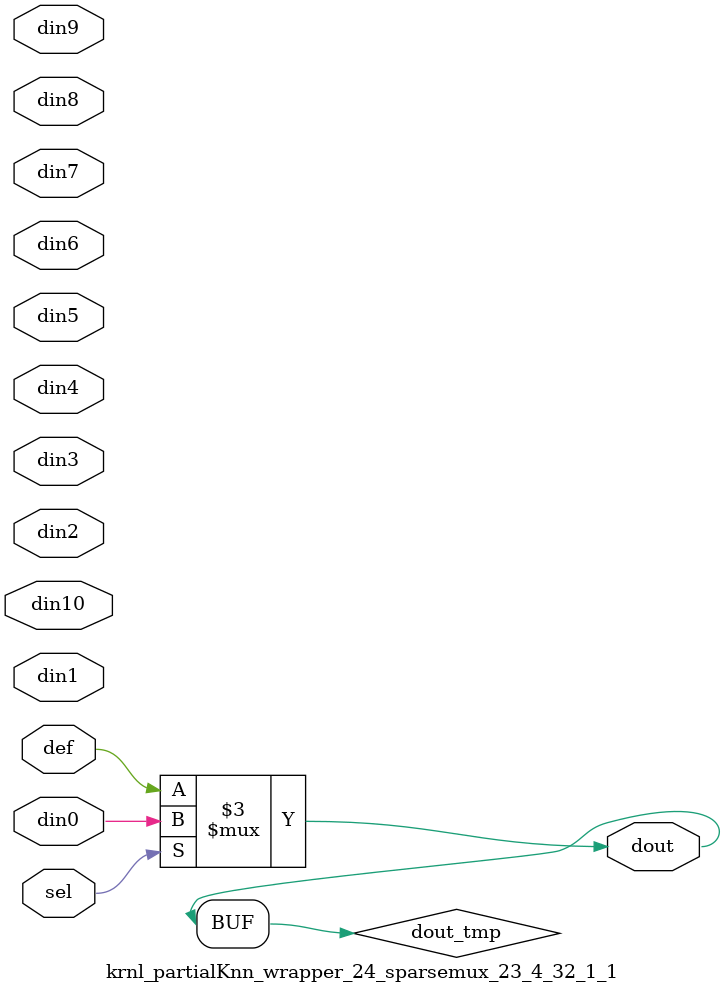
<source format=v>
`timescale 1 ns / 1 ps
module krnl_partialKnn_wrapper_24_sparsemux_23_4_32_1_1 (din0,din1,din2,din3,din4,din5,din6,din7,din8,din9,din10,def,sel,dout);
parameter din0_WIDTH = 1;
parameter din1_WIDTH = 1;
parameter din2_WIDTH = 1;
parameter din3_WIDTH = 1;
parameter din4_WIDTH = 1;
parameter din5_WIDTH = 1;
parameter din6_WIDTH = 1;
parameter din7_WIDTH = 1;
parameter din8_WIDTH = 1;
parameter din9_WIDTH = 1;
parameter din10_WIDTH = 1;
parameter def_WIDTH = 1;
parameter sel_WIDTH = 1;
parameter dout_WIDTH = 1;
parameter [sel_WIDTH-1:0] CASE0 = 1;
parameter [sel_WIDTH-1:0] CASE1 = 1;
parameter [sel_WIDTH-1:0] CASE2 = 1;
parameter [sel_WIDTH-1:0] CASE3 = 1;
parameter [sel_WIDTH-1:0] CASE4 = 1;
parameter [sel_WIDTH-1:0] CASE5 = 1;
parameter [sel_WIDTH-1:0] CASE6 = 1;
parameter [sel_WIDTH-1:0] CASE7 = 1;
parameter [sel_WIDTH-1:0] CASE8 = 1;
parameter [sel_WIDTH-1:0] CASE9 = 1;
parameter [sel_WIDTH-1:0] CASE10 = 1;
parameter ID = 1;
parameter NUM_STAGE = 1;
input [din0_WIDTH-1:0] din0;
input [din1_WIDTH-1:0] din1;
input [din2_WIDTH-1:0] din2;
input [din3_WIDTH-1:0] din3;
input [din4_WIDTH-1:0] din4;
input [din5_WIDTH-1:0] din5;
input [din6_WIDTH-1:0] din6;
input [din7_WIDTH-1:0] din7;
input [din8_WIDTH-1:0] din8;
input [din9_WIDTH-1:0] din9;
input [din10_WIDTH-1:0] din10;
input [def_WIDTH-1:0] def;
input [sel_WIDTH-1:0] sel;
output [dout_WIDTH-1:0] dout;
reg [dout_WIDTH-1:0] dout_tmp;
always @ (*) begin
case (sel)
    
    CASE0 : dout_tmp = din0;
    
    CASE1 : dout_tmp = din1;
    
    CASE2 : dout_tmp = din2;
    
    CASE3 : dout_tmp = din3;
    
    CASE4 : dout_tmp = din4;
    
    CASE5 : dout_tmp = din5;
    
    CASE6 : dout_tmp = din6;
    
    CASE7 : dout_tmp = din7;
    
    CASE8 : dout_tmp = din8;
    
    CASE9 : dout_tmp = din9;
    
    CASE10 : dout_tmp = din10;
    
    default : dout_tmp = def;
endcase
end
assign dout = dout_tmp;
endmodule
</source>
